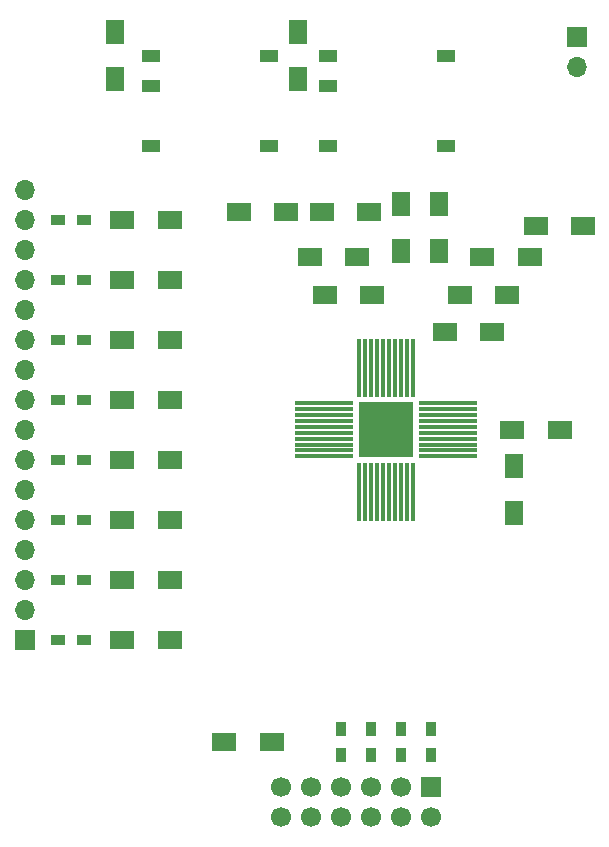
<source format=gbr>
G04 #@! TF.FileFunction,Soldermask,Top*
%FSLAX46Y46*%
G04 Gerber Fmt 4.6, Leading zero omitted, Abs format (unit mm)*
G04 Created by KiCad (PCBNEW 4.0.6) date 05/17/18 16:23:16*
%MOMM*%
%LPD*%
G01*
G04 APERTURE LIST*
%ADD10C,0.100000*%
%ADD11R,1.600000X1.000000*%
%ADD12R,1.600000X2.000000*%
%ADD13R,2.000000X1.600000*%
%ADD14R,5.000000X0.300000*%
%ADD15R,0.300000X5.000000*%
%ADD16R,1.150000X1.150000*%
%ADD17R,1.200000X0.900000*%
%ADD18R,0.900000X1.200000*%
%ADD19R,1.700000X1.700000*%
%ADD20O,1.700000X1.700000*%
%ADD21C,1.700000*%
G04 APERTURE END LIST*
D10*
D11*
X74311500Y-123126500D03*
X74311500Y-120586500D03*
X74311500Y-128206500D03*
X84311500Y-128206500D03*
X84311500Y-120586500D03*
D12*
X98679000Y-137128000D03*
X98679000Y-133128000D03*
D13*
X91789000Y-137668000D03*
X87789000Y-137668000D03*
X84550000Y-178689000D03*
X80550000Y-178689000D03*
D14*
X88984000Y-150023000D03*
X88984000Y-150523000D03*
X88984000Y-151023000D03*
X88984000Y-151523000D03*
X88984000Y-152023000D03*
X88984000Y-152523000D03*
X88984000Y-153023000D03*
X88984000Y-153523000D03*
X88984000Y-154023000D03*
X88984000Y-154523000D03*
D15*
X91984000Y-157523000D03*
X92484000Y-157523000D03*
X92984000Y-157523000D03*
X93484000Y-157523000D03*
X93984000Y-157523000D03*
X94484000Y-157523000D03*
X94984000Y-157523000D03*
X95484000Y-157523000D03*
X95984000Y-157523000D03*
X96484000Y-157523000D03*
D14*
X99484000Y-154523000D03*
X99484000Y-154023000D03*
X99484000Y-153523000D03*
X99484000Y-153023000D03*
X99484000Y-152523000D03*
X99484000Y-152023000D03*
X99484000Y-151523000D03*
X99484000Y-151023000D03*
X99484000Y-150523000D03*
X99484000Y-150023000D03*
D15*
X96484000Y-147023000D03*
X95984000Y-147023000D03*
X95484000Y-147023000D03*
X94984000Y-147023000D03*
X94484000Y-147023000D03*
X93984000Y-147023000D03*
X93484000Y-147023000D03*
X92984000Y-147023000D03*
X92484000Y-147023000D03*
X91984000Y-147023000D03*
D16*
X95959000Y-153998000D03*
X95959000Y-152848000D03*
X95959000Y-151698000D03*
X95959000Y-150548000D03*
X94809000Y-153998000D03*
X94809000Y-152848000D03*
X94809000Y-151698000D03*
X94809000Y-150548000D03*
X93659000Y-153998000D03*
X93659000Y-152848000D03*
X93659000Y-151698000D03*
X93659000Y-150548000D03*
X92509000Y-153998000D03*
X92509000Y-152848000D03*
X92509000Y-151698000D03*
X92509000Y-150548000D03*
D17*
X68664000Y-170053000D03*
X66464000Y-170053000D03*
X68664000Y-164973000D03*
X66464000Y-164973000D03*
X68664000Y-159893000D03*
X66464000Y-159893000D03*
X68664000Y-154813000D03*
X66464000Y-154813000D03*
X68664000Y-149733000D03*
X66464000Y-149733000D03*
X68664000Y-144653000D03*
X66464000Y-144653000D03*
X68664000Y-139573000D03*
X66464000Y-139573000D03*
X68664000Y-134493000D03*
X66464000Y-134493000D03*
D18*
X92964000Y-179789000D03*
X92964000Y-177589000D03*
X95504000Y-179789000D03*
X95504000Y-177589000D03*
X90424000Y-179789000D03*
X90424000Y-177589000D03*
X98044000Y-179789000D03*
X98044000Y-177589000D03*
D19*
X110363000Y-118999000D03*
D20*
X110363000Y-121539000D03*
D19*
X63627000Y-170053000D03*
D20*
X63627000Y-167513000D03*
X63627000Y-164973000D03*
X63627000Y-162433000D03*
X63627000Y-159893000D03*
X63627000Y-157353000D03*
X63627000Y-154813000D03*
X63627000Y-152273000D03*
X63627000Y-149733000D03*
X63627000Y-147193000D03*
X63627000Y-144653000D03*
X63627000Y-142113000D03*
X63627000Y-139573000D03*
X63627000Y-137033000D03*
X63627000Y-134493000D03*
X63627000Y-131953000D03*
D13*
X100489000Y-140843000D03*
X104489000Y-140843000D03*
X102394000Y-137668000D03*
X106394000Y-137668000D03*
D12*
X95504000Y-137128000D03*
X95504000Y-133128000D03*
X105029000Y-155353000D03*
X105029000Y-159353000D03*
D13*
X99219000Y-144018000D03*
X103219000Y-144018000D03*
X104934000Y-152273000D03*
X108934000Y-152273000D03*
X110902500Y-135001000D03*
X106902500Y-135001000D03*
X93059000Y-140843000D03*
X89059000Y-140843000D03*
X88805000Y-133858000D03*
X92805000Y-133858000D03*
X85756500Y-133858000D03*
X81756500Y-133858000D03*
X71914000Y-170053000D03*
X75914000Y-170053000D03*
X71914000Y-164973000D03*
X75914000Y-164973000D03*
X71914000Y-159893000D03*
X75914000Y-159893000D03*
X71914000Y-154813000D03*
X75914000Y-154813000D03*
X71914000Y-149733000D03*
X75914000Y-149733000D03*
X71914000Y-144653000D03*
X75914000Y-144653000D03*
X71914000Y-139573000D03*
X75914000Y-139573000D03*
X71914000Y-134493000D03*
X75914000Y-134493000D03*
D12*
X86804500Y-118586500D03*
X86804500Y-122586500D03*
X71310500Y-118586500D03*
X71310500Y-122586500D03*
D19*
X98044000Y-182499000D03*
D21*
X98044000Y-185039000D03*
X95504000Y-182499000D03*
X95504000Y-185039000D03*
X92964000Y-182499000D03*
X92964000Y-185039000D03*
X90424000Y-182499000D03*
X90424000Y-185039000D03*
X87884000Y-182499000D03*
X87884000Y-185039000D03*
X85344000Y-182499000D03*
X85344000Y-185039000D03*
D11*
X89297500Y-123126500D03*
X89297500Y-120586500D03*
X89297500Y-128206500D03*
X99297500Y-128206500D03*
X99297500Y-120586500D03*
M02*

</source>
